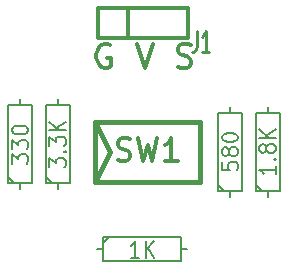
<source format=gto>
G04 (created by PCBNEW-RS274X (2012-01-19 BZR 3256)-stable) date 6/12/2012 4:59:18 PM*
G01*
G70*
G90*
%MOIN*%
G04 Gerber Fmt 3.4, Leading zero omitted, Abs format*
%FSLAX34Y34*%
G04 APERTURE LIST*
%ADD10C,0.006000*%
%ADD11C,0.012000*%
%ADD12C,0.008000*%
%ADD13C,0.015000*%
%ADD14C,0.010600*%
G04 APERTURE END LIST*
G54D10*
G54D11*
X43606Y-41616D02*
X43529Y-41578D01*
X43415Y-41578D01*
X43301Y-41616D01*
X43225Y-41692D01*
X43186Y-41768D01*
X43148Y-41921D01*
X43148Y-42035D01*
X43186Y-42187D01*
X43225Y-42264D01*
X43301Y-42340D01*
X43415Y-42378D01*
X43491Y-42378D01*
X43606Y-42340D01*
X43644Y-42302D01*
X43644Y-42035D01*
X43491Y-42035D01*
X44482Y-41578D02*
X44749Y-42378D01*
X45016Y-41578D01*
X45854Y-42340D02*
X45969Y-42378D01*
X46159Y-42378D01*
X46235Y-42340D01*
X46273Y-42302D01*
X46312Y-42225D01*
X46312Y-42149D01*
X46273Y-42073D01*
X46235Y-42035D01*
X46159Y-41997D01*
X46007Y-41959D01*
X45931Y-41921D01*
X45892Y-41883D01*
X45854Y-41806D01*
X45854Y-41730D01*
X45892Y-41654D01*
X45931Y-41616D01*
X46007Y-41578D01*
X46197Y-41578D01*
X46312Y-41616D01*
G54D12*
X41850Y-46425D02*
X41850Y-46225D01*
X41850Y-43425D02*
X41850Y-43625D01*
X41850Y-43625D02*
X41450Y-43625D01*
X41450Y-43625D02*
X41450Y-46225D01*
X41450Y-46225D02*
X42250Y-46225D01*
X42250Y-46225D02*
X42250Y-43625D01*
X42250Y-43625D02*
X41850Y-43625D01*
X41650Y-46225D02*
X41450Y-46025D01*
X43180Y-48430D02*
X43380Y-48430D01*
X46180Y-48430D02*
X45980Y-48430D01*
X45980Y-48430D02*
X45980Y-48030D01*
X45980Y-48030D02*
X43380Y-48030D01*
X43380Y-48030D02*
X43380Y-48830D01*
X43380Y-48830D02*
X45980Y-48830D01*
X45980Y-48830D02*
X45980Y-48430D01*
X43380Y-48230D02*
X43580Y-48030D01*
X47600Y-46675D02*
X47600Y-46475D01*
X47600Y-43675D02*
X47600Y-43875D01*
X47600Y-43875D02*
X47200Y-43875D01*
X47200Y-43875D02*
X47200Y-46475D01*
X47200Y-46475D02*
X48000Y-46475D01*
X48000Y-46475D02*
X48000Y-43875D01*
X48000Y-43875D02*
X47600Y-43875D01*
X47400Y-46475D02*
X47200Y-46275D01*
X40600Y-46425D02*
X40600Y-46225D01*
X40600Y-43425D02*
X40600Y-43625D01*
X40600Y-43625D02*
X40200Y-43625D01*
X40200Y-43625D02*
X40200Y-46225D01*
X40200Y-46225D02*
X41000Y-46225D01*
X41000Y-46225D02*
X41000Y-43625D01*
X41000Y-43625D02*
X40600Y-43625D01*
X40400Y-46225D02*
X40200Y-46025D01*
X48850Y-46675D02*
X48850Y-46475D01*
X48850Y-43675D02*
X48850Y-43875D01*
X48850Y-43875D02*
X48450Y-43875D01*
X48450Y-43875D02*
X48450Y-46475D01*
X48450Y-46475D02*
X49250Y-46475D01*
X49250Y-46475D02*
X49250Y-43875D01*
X49250Y-43875D02*
X48850Y-43875D01*
X48650Y-46475D02*
X48450Y-46275D01*
G54D13*
X43100Y-44175D02*
X46600Y-44175D01*
X46600Y-44175D02*
X46600Y-46175D01*
X46600Y-46175D02*
X43100Y-46175D01*
X43100Y-46175D02*
X43100Y-44175D01*
X43100Y-44175D02*
X43600Y-45175D01*
X43600Y-45175D02*
X43100Y-46175D01*
X43100Y-46175D02*
X43100Y-45175D01*
G54D11*
X43200Y-41380D02*
X43200Y-40380D01*
X43200Y-40380D02*
X46200Y-40380D01*
X46200Y-40380D02*
X46200Y-41380D01*
X46200Y-41380D02*
X43200Y-41380D01*
X44200Y-40380D02*
X44200Y-41380D01*
G54D12*
X41573Y-45699D02*
X41573Y-45389D01*
X41782Y-45556D01*
X41782Y-45484D01*
X41808Y-45437D01*
X41835Y-45413D01*
X41887Y-45389D01*
X42018Y-45389D01*
X42070Y-45413D01*
X42096Y-45437D01*
X42123Y-45484D01*
X42123Y-45627D01*
X42096Y-45675D01*
X42070Y-45699D01*
X42070Y-45175D02*
X42096Y-45151D01*
X42123Y-45175D01*
X42096Y-45199D01*
X42070Y-45175D01*
X42123Y-45175D01*
X41573Y-44985D02*
X41573Y-44675D01*
X41782Y-44842D01*
X41782Y-44770D01*
X41808Y-44723D01*
X41835Y-44699D01*
X41887Y-44675D01*
X42018Y-44675D01*
X42070Y-44699D01*
X42096Y-44723D01*
X42123Y-44770D01*
X42123Y-44913D01*
X42096Y-44961D01*
X42070Y-44985D01*
X42123Y-44461D02*
X41573Y-44461D01*
X42123Y-44175D02*
X41808Y-44390D01*
X41573Y-44175D02*
X41887Y-44461D01*
X44573Y-48703D02*
X44287Y-48703D01*
X44430Y-48703D02*
X44430Y-48153D01*
X44382Y-48231D01*
X44335Y-48284D01*
X44287Y-48310D01*
X44787Y-48703D02*
X44787Y-48153D01*
X45073Y-48703D02*
X44858Y-48388D01*
X45073Y-48153D02*
X44787Y-48467D01*
X47323Y-45532D02*
X47323Y-45770D01*
X47585Y-45794D01*
X47558Y-45770D01*
X47532Y-45722D01*
X47532Y-45603D01*
X47558Y-45556D01*
X47585Y-45532D01*
X47637Y-45508D01*
X47768Y-45508D01*
X47820Y-45532D01*
X47846Y-45556D01*
X47873Y-45603D01*
X47873Y-45722D01*
X47846Y-45770D01*
X47820Y-45794D01*
X47558Y-45223D02*
X47532Y-45270D01*
X47506Y-45294D01*
X47454Y-45318D01*
X47427Y-45318D01*
X47375Y-45294D01*
X47349Y-45270D01*
X47323Y-45223D01*
X47323Y-45127D01*
X47349Y-45080D01*
X47375Y-45056D01*
X47427Y-45032D01*
X47454Y-45032D01*
X47506Y-45056D01*
X47532Y-45080D01*
X47558Y-45127D01*
X47558Y-45223D01*
X47585Y-45270D01*
X47611Y-45294D01*
X47663Y-45318D01*
X47768Y-45318D01*
X47820Y-45294D01*
X47846Y-45270D01*
X47873Y-45223D01*
X47873Y-45127D01*
X47846Y-45080D01*
X47820Y-45056D01*
X47768Y-45032D01*
X47663Y-45032D01*
X47611Y-45056D01*
X47585Y-45080D01*
X47558Y-45127D01*
X47323Y-44723D02*
X47323Y-44675D01*
X47349Y-44627D01*
X47375Y-44604D01*
X47427Y-44580D01*
X47532Y-44556D01*
X47663Y-44556D01*
X47768Y-44580D01*
X47820Y-44604D01*
X47846Y-44627D01*
X47873Y-44675D01*
X47873Y-44723D01*
X47846Y-44770D01*
X47820Y-44794D01*
X47768Y-44818D01*
X47663Y-44842D01*
X47532Y-44842D01*
X47427Y-44818D01*
X47375Y-44794D01*
X47349Y-44770D01*
X47323Y-44723D01*
X40323Y-45568D02*
X40323Y-45258D01*
X40532Y-45425D01*
X40532Y-45353D01*
X40558Y-45306D01*
X40585Y-45282D01*
X40637Y-45258D01*
X40768Y-45258D01*
X40820Y-45282D01*
X40846Y-45306D01*
X40873Y-45353D01*
X40873Y-45496D01*
X40846Y-45544D01*
X40820Y-45568D01*
X40323Y-45092D02*
X40323Y-44782D01*
X40532Y-44949D01*
X40532Y-44877D01*
X40558Y-44830D01*
X40585Y-44806D01*
X40637Y-44782D01*
X40768Y-44782D01*
X40820Y-44806D01*
X40846Y-44830D01*
X40873Y-44877D01*
X40873Y-45020D01*
X40846Y-45068D01*
X40820Y-45092D01*
X40323Y-44473D02*
X40323Y-44425D01*
X40349Y-44377D01*
X40375Y-44354D01*
X40427Y-44330D01*
X40532Y-44306D01*
X40663Y-44306D01*
X40768Y-44330D01*
X40820Y-44354D01*
X40846Y-44377D01*
X40873Y-44425D01*
X40873Y-44473D01*
X40846Y-44520D01*
X40820Y-44544D01*
X40768Y-44568D01*
X40663Y-44592D01*
X40532Y-44592D01*
X40427Y-44568D01*
X40375Y-44544D01*
X40349Y-44520D01*
X40323Y-44473D01*
X49123Y-45639D02*
X49123Y-45925D01*
X49123Y-45782D02*
X48573Y-45782D01*
X48651Y-45830D01*
X48704Y-45877D01*
X48730Y-45925D01*
X49070Y-45425D02*
X49096Y-45401D01*
X49123Y-45425D01*
X49096Y-45449D01*
X49070Y-45425D01*
X49123Y-45425D01*
X48808Y-45116D02*
X48782Y-45163D01*
X48756Y-45187D01*
X48704Y-45211D01*
X48677Y-45211D01*
X48625Y-45187D01*
X48599Y-45163D01*
X48573Y-45116D01*
X48573Y-45020D01*
X48599Y-44973D01*
X48625Y-44949D01*
X48677Y-44925D01*
X48704Y-44925D01*
X48756Y-44949D01*
X48782Y-44973D01*
X48808Y-45020D01*
X48808Y-45116D01*
X48835Y-45163D01*
X48861Y-45187D01*
X48913Y-45211D01*
X49018Y-45211D01*
X49070Y-45187D01*
X49096Y-45163D01*
X49123Y-45116D01*
X49123Y-45020D01*
X49096Y-44973D01*
X49070Y-44949D01*
X49018Y-44925D01*
X48913Y-44925D01*
X48861Y-44949D01*
X48835Y-44973D01*
X48808Y-45020D01*
X49123Y-44711D02*
X48573Y-44711D01*
X49123Y-44425D02*
X48808Y-44640D01*
X48573Y-44425D02*
X48887Y-44711D01*
G54D11*
X43851Y-45443D02*
X43958Y-45479D01*
X44137Y-45479D01*
X44208Y-45443D01*
X44244Y-45407D01*
X44279Y-45336D01*
X44279Y-45264D01*
X44244Y-45193D01*
X44208Y-45157D01*
X44137Y-45121D01*
X43994Y-45086D01*
X43922Y-45050D01*
X43887Y-45014D01*
X43851Y-44943D01*
X43851Y-44871D01*
X43887Y-44800D01*
X43922Y-44764D01*
X43994Y-44729D01*
X44172Y-44729D01*
X44279Y-44764D01*
X44529Y-44729D02*
X44708Y-45479D01*
X44851Y-44943D01*
X44993Y-45479D01*
X45172Y-44729D01*
X45850Y-45479D02*
X45422Y-45479D01*
X45636Y-45479D02*
X45636Y-44729D01*
X45565Y-44836D01*
X45493Y-44907D01*
X45422Y-44943D01*
G54D14*
X46483Y-41144D02*
X46483Y-41647D01*
X46463Y-41748D01*
X46423Y-41815D01*
X46362Y-41849D01*
X46322Y-41849D01*
X46907Y-41849D02*
X46665Y-41849D01*
X46786Y-41849D02*
X46786Y-41144D01*
X46746Y-41245D01*
X46705Y-41312D01*
X46665Y-41345D01*
M02*

</source>
